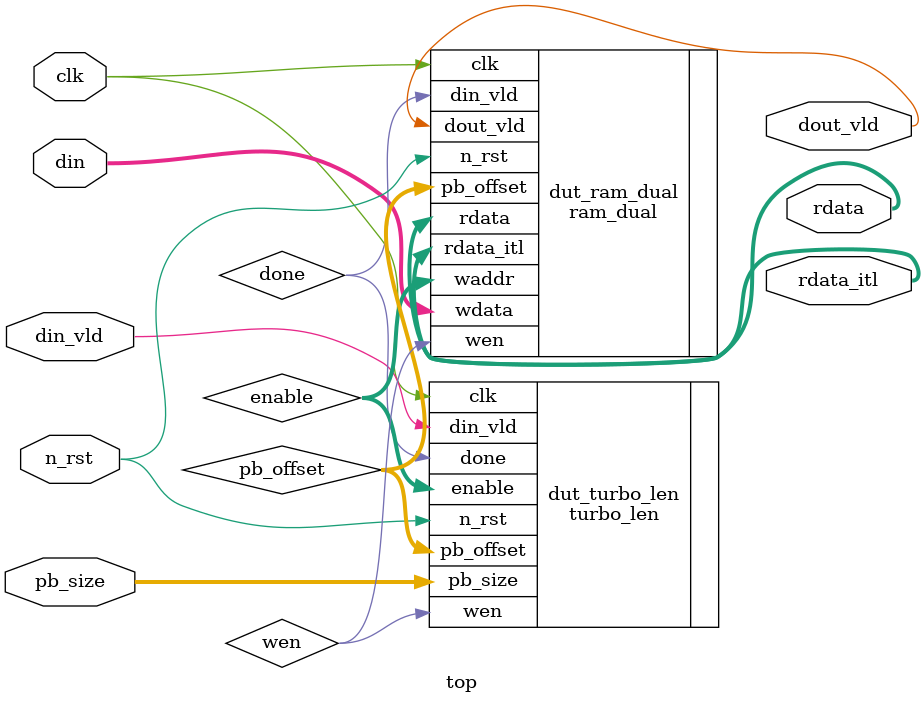
<source format=v>
`timescale 1ps/1ps
module top (
    input clk,
    input n_rst,
    input [1:0] pb_size,
    input [1:0] din,
    input din_vld,
    output [1:0] rdata,
    output [1:0] rdata_itl,
    output dout_vld
);
    wire [11:0] enable;
    wire [11:0] pb_offset;
    wire wen;
    wire done;

    ram_dual dut_ram_dual (
        .clk(clk),
        .n_rst(n_rst),
        .wdata(din),
        .waddr(enable),
        .pb_offset(pb_offset),
        .rdata(rdata),
        .rdata_itl(rdata_itl),
        .wen(wen),
        .din_vld(done),
        .dout_vld(dout_vld)
    );

    turbo_len dut_turbo_len (
        .clk(clk),
        .n_rst(n_rst),
        .din_vld(din_vld),
        .pb_size(pb_size),
        .enable(enable),
        .pb_offset(pb_offset),
        .wen(wen),
        .done(done)
    );

endmodule
</source>
